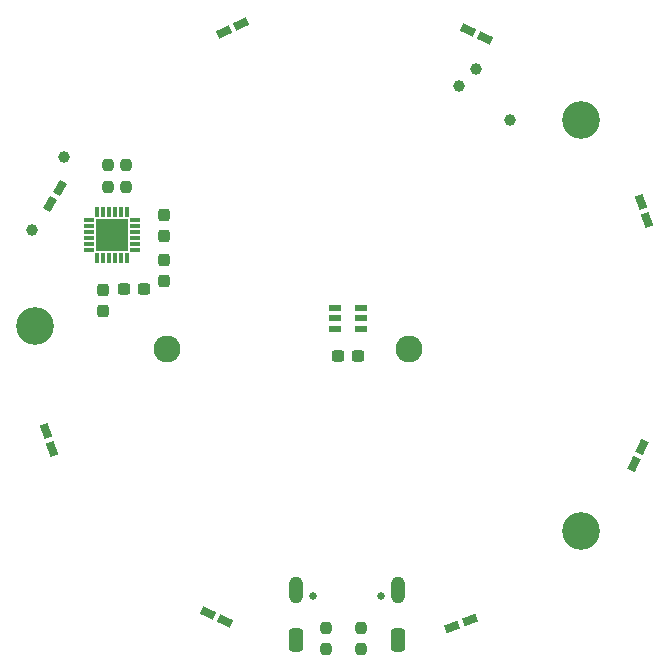
<source format=gts>
%TF.GenerationSoftware,KiCad,Pcbnew,8.0.0*%
%TF.CreationDate,2024-03-14T21:51:16+01:00*%
%TF.ProjectId,BAT2024,42415432-3032-4342-9e6b-696361645f70,1.0*%
%TF.SameCoordinates,Original*%
%TF.FileFunction,Soldermask,Top*%
%TF.FilePolarity,Negative*%
%FSLAX46Y46*%
G04 Gerber Fmt 4.6, Leading zero omitted, Abs format (unit mm)*
G04 Created by KiCad (PCBNEW 8.0.0) date 2024-03-14 21:51:16*
%MOMM*%
%LPD*%
G01*
G04 APERTURE LIST*
G04 Aperture macros list*
%AMRoundRect*
0 Rectangle with rounded corners*
0 $1 Rounding radius*
0 $2 $3 $4 $5 $6 $7 $8 $9 X,Y pos of 4 corners*
0 Add a 4 corners polygon primitive as box body*
4,1,4,$2,$3,$4,$5,$6,$7,$8,$9,$2,$3,0*
0 Add four circle primitives for the rounded corners*
1,1,$1+$1,$2,$3*
1,1,$1+$1,$4,$5*
1,1,$1+$1,$6,$7*
1,1,$1+$1,$8,$9*
0 Add four rect primitives between the rounded corners*
20,1,$1+$1,$2,$3,$4,$5,0*
20,1,$1+$1,$4,$5,$6,$7,0*
20,1,$1+$1,$6,$7,$8,$9,0*
20,1,$1+$1,$8,$9,$2,$3,0*%
%AMRotRect*
0 Rectangle, with rotation*
0 The origin of the aperture is its center*
0 $1 length*
0 $2 width*
0 $3 Rotation angle, in degrees counterclockwise*
0 Add horizontal line*
21,1,$1,$2,0,0,$3*%
G04 Aperture macros list end*
%ADD10C,2.280000*%
%ADD11C,3.200000*%
%ADD12RotRect,0.700000X1.200000X295.000000*%
%ADD13RotRect,0.700000X1.200000X65.000000*%
%ADD14RotRect,0.700000X1.200000X155.000000*%
%ADD15RotRect,0.700000X1.200000X200.000000*%
%ADD16RotRect,0.700000X1.200000X330.000000*%
%ADD17RoundRect,0.237500X-0.237500X0.250000X-0.237500X-0.250000X0.237500X-0.250000X0.237500X0.250000X0*%
%ADD18RotRect,0.700000X1.200000X20.000000*%
%ADD19R,0.850000X0.300000*%
%ADD20R,0.300000X0.850000*%
%ADD21R,2.700000X2.700000*%
%ADD22RoundRect,0.237500X-0.237500X0.300000X-0.237500X-0.300000X0.237500X-0.300000X0.237500X0.300000X0*%
%ADD23RoundRect,0.237500X0.237500X-0.250000X0.237500X0.250000X-0.237500X0.250000X-0.237500X-0.250000X0*%
%ADD24RotRect,0.700000X1.200000X110.000000*%
%ADD25RotRect,0.700000X1.200000X245.000000*%
%ADD26R,1.032000X0.622000*%
%ADD27R,1.032000X0.500000*%
%ADD28RoundRect,0.237500X0.300000X0.237500X-0.300000X0.237500X-0.300000X-0.237500X0.300000X-0.237500X0*%
%ADD29RoundRect,0.237500X0.237500X-0.300000X0.237500X0.300000X-0.237500X0.300000X-0.237500X-0.300000X0*%
%ADD30C,1.000000*%
%ADD31C,0.990600*%
%ADD32C,0.650000*%
%ADD33O,1.204000X2.304000*%
%ADD34RoundRect,0.301000X0.301000X0.701000X-0.301000X0.701000X-0.301000X-0.701000X0.301000X-0.701000X0*%
G04 APERTURE END LIST*
D10*
%TO.C,H1*%
X119518000Y-59328000D03*
X99028000Y-59328000D03*
%TD*%
D11*
%TO.C,H2*%
X134028000Y-39928000D03*
%TD*%
D12*
%TO.C,LED7*%
X105261111Y-31778234D03*
X103811019Y-32454424D03*
%TD*%
D13*
%TO.C,LED4*%
X102505065Y-81650631D03*
X103955157Y-82326821D03*
%TD*%
D14*
%TO.C,LED2*%
X138539632Y-69029934D03*
X139215822Y-67579842D03*
%TD*%
D15*
%TO.C,LED1*%
X139692290Y-48398819D03*
X139145058Y-46895311D03*
%TD*%
D16*
%TO.C,LED6*%
X89946275Y-45648290D03*
X89146275Y-47033930D03*
%TD*%
D17*
%TO.C,R8*%
X93978000Y-43740500D03*
X93978000Y-45565500D03*
%TD*%
D18*
%TO.C,LED5*%
X88731715Y-66247180D03*
X89278947Y-67750688D03*
%TD*%
D19*
%TO.C,IC3*%
X96328000Y-50903000D03*
X96328000Y-50403000D03*
X96328000Y-49903000D03*
X96328000Y-49403000D03*
X96328000Y-48903000D03*
X96328000Y-48403000D03*
D20*
X95628000Y-47703000D03*
X95128000Y-47703000D03*
X94628000Y-47703000D03*
X94128000Y-47703000D03*
X93628000Y-47703000D03*
X93128000Y-47703000D03*
D19*
X92428000Y-48403000D03*
X92428000Y-48903000D03*
X92428000Y-49403000D03*
X92428000Y-49903000D03*
X92428000Y-50403000D03*
X92428000Y-50903000D03*
D20*
X93128000Y-51603000D03*
X93628000Y-51603000D03*
X94128000Y-51603000D03*
X94628000Y-51603000D03*
X95128000Y-51603000D03*
X95628000Y-51603000D03*
D21*
X94378000Y-49653000D03*
%TD*%
D22*
%TO.C,C3*%
X98795500Y-51790500D03*
X98795500Y-53515500D03*
%TD*%
D23*
%TO.C,R2*%
X112462000Y-84728000D03*
X112462000Y-82903000D03*
%TD*%
D17*
%TO.C,R7*%
X95578000Y-43740500D03*
X95578000Y-45565500D03*
%TD*%
D24*
%TO.C,LED3*%
X123136181Y-82803286D03*
X124639689Y-82256054D03*
%TD*%
D22*
%TO.C,C2*%
X93628000Y-54328000D03*
X93628000Y-56053000D03*
%TD*%
D25*
%TO.C,LED8*%
X125918936Y-32995368D03*
X124468844Y-32319178D03*
%TD*%
D23*
%TO.C,R1*%
X115462000Y-84728000D03*
X115462000Y-82903000D03*
%TD*%
D26*
%TO.C,MK1*%
X115438000Y-57596000D03*
D27*
X115438000Y-56712000D03*
D26*
X115438000Y-55828000D03*
X113228000Y-55828000D03*
D27*
X113228000Y-56712000D03*
D26*
X113228000Y-57596000D03*
%TD*%
D28*
%TO.C,C4*%
X97090500Y-54269000D03*
X95365500Y-54269000D03*
%TD*%
%TO.C,C9*%
X115195500Y-59928000D03*
X113470500Y-59928000D03*
%TD*%
D29*
%TO.C,C1*%
X98795500Y-49715500D03*
X98795500Y-47990500D03*
%TD*%
D11*
%TO.C,H4*%
X134028000Y-74728000D03*
%TD*%
%TO.C,H3*%
X87828000Y-57328000D03*
%TD*%
D30*
%TO.C,S1*%
X87545095Y-49234055D03*
X90310905Y-43021945D03*
%TD*%
D31*
%TO.C,J1*%
X128024051Y-39924051D03*
X123713528Y-37050369D03*
X125150369Y-35613528D03*
%TD*%
D32*
%TO.C,J2*%
X117118000Y-80248000D03*
X111338000Y-80248000D03*
D33*
X118548000Y-79748000D03*
X109908000Y-79748000D03*
D34*
X118548000Y-83928000D03*
X109908000Y-83928000D03*
%TD*%
M02*

</source>
